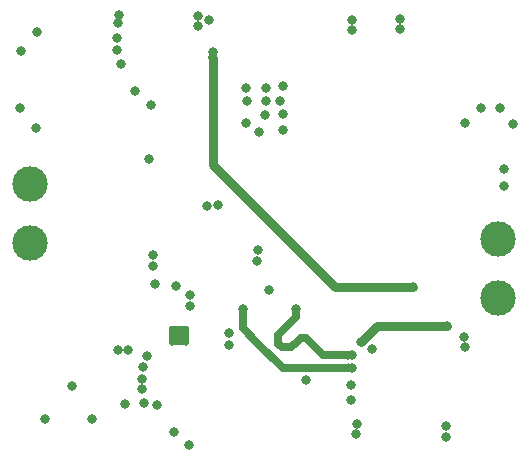
<source format=gbr>
G04 #@! TF.GenerationSoftware,KiCad,Pcbnew,5.1.5+dfsg1-2build2*
G04 #@! TF.CreationDate,2022-06-24T13:23:12+12:00*
G04 #@! TF.ProjectId,bbq-monitor,6262712d-6d6f-46e6-9974-6f722e6b6963,rev?*
G04 #@! TF.SameCoordinates,Original*
G04 #@! TF.FileFunction,Copper,L4,Bot*
G04 #@! TF.FilePolarity,Positive*
%FSLAX46Y46*%
G04 Gerber Fmt 4.6, Leading zero omitted, Abs format (unit mm)*
G04 Created by KiCad (PCBNEW 5.1.5+dfsg1-2build2) date 2022-06-24 13:23:12*
%MOMM*%
%LPD*%
G04 APERTURE LIST*
%ADD10C,3.000000*%
%ADD11C,0.100000*%
%ADD12C,0.500000*%
%ADD13C,0.800000*%
%ADD14C,0.800000*%
%ADD15C,0.400000*%
%ADD16C,0.200000*%
%ADD17C,0.650000*%
G04 APERTURE END LIST*
D10*
X207137000Y-96534600D03*
X207137000Y-101534600D03*
X167533320Y-96891480D03*
X167533320Y-91891480D03*
G04 #@! TA.AperFunction,Conductor*
D11*
G36*
X180725904Y-103913344D02*
G01*
X180750173Y-103916944D01*
X180773971Y-103922905D01*
X180797071Y-103931170D01*
X180819249Y-103941660D01*
X180840293Y-103954273D01*
X180859998Y-103968887D01*
X180878177Y-103985363D01*
X180894653Y-104003542D01*
X180909267Y-104023247D01*
X180921880Y-104044291D01*
X180932370Y-104066469D01*
X180940635Y-104089569D01*
X180946596Y-104113367D01*
X180950196Y-104137636D01*
X180951400Y-104162140D01*
X180951400Y-105342140D01*
X180950196Y-105366644D01*
X180946596Y-105390913D01*
X180940635Y-105414711D01*
X180932370Y-105437811D01*
X180921880Y-105459989D01*
X180909267Y-105481033D01*
X180894653Y-105500738D01*
X180878177Y-105518917D01*
X180859998Y-105535393D01*
X180840293Y-105550007D01*
X180819249Y-105562620D01*
X180797071Y-105573110D01*
X180773971Y-105581375D01*
X180750173Y-105587336D01*
X180725904Y-105590936D01*
X180701400Y-105592140D01*
X179521400Y-105592140D01*
X179496896Y-105590936D01*
X179472627Y-105587336D01*
X179448829Y-105581375D01*
X179425729Y-105573110D01*
X179403551Y-105562620D01*
X179382507Y-105550007D01*
X179362802Y-105535393D01*
X179344623Y-105518917D01*
X179328147Y-105500738D01*
X179313533Y-105481033D01*
X179300920Y-105459989D01*
X179290430Y-105437811D01*
X179282165Y-105414711D01*
X179276204Y-105390913D01*
X179272604Y-105366644D01*
X179271400Y-105342140D01*
X179271400Y-104162140D01*
X179272604Y-104137636D01*
X179276204Y-104113367D01*
X179282165Y-104089569D01*
X179290430Y-104066469D01*
X179300920Y-104044291D01*
X179313533Y-104023247D01*
X179328147Y-104003542D01*
X179344623Y-103985363D01*
X179362802Y-103968887D01*
X179382507Y-103954273D01*
X179403551Y-103941660D01*
X179425729Y-103931170D01*
X179448829Y-103922905D01*
X179472627Y-103916944D01*
X179496896Y-103913344D01*
X179521400Y-103912140D01*
X180701400Y-103912140D01*
X180725904Y-103913344D01*
G37*
G04 #@! TD.AperFunction*
D12*
X179521400Y-104162140D03*
X180701400Y-104162140D03*
X179521400Y-105342140D03*
X180701400Y-105342140D03*
D13*
X186895740Y-87492840D03*
X185828940Y-86725760D03*
X188915040Y-87365840D03*
X188963300Y-85963760D03*
X187429140Y-86045040D03*
X188671200Y-84851240D03*
X187446920Y-84851240D03*
X185834020Y-84929980D03*
X188945520Y-83657440D03*
X187462160Y-83786980D03*
X185767980Y-83753960D03*
X181706520Y-77711300D03*
X181706520Y-78549500D03*
X182689500Y-78033880D03*
X175013620Y-77630020D03*
X174932340Y-78305660D03*
X194751960Y-78026260D03*
X198836280Y-77909420D03*
X198815960Y-78760320D03*
X194731640Y-78839060D03*
X174952660Y-105976420D03*
X175572420Y-110553500D03*
X182511700Y-93748860D03*
X183421020Y-93728540D03*
X177883820Y-97942400D03*
X177921920Y-98897440D03*
X181081680Y-101340920D03*
X181061360Y-102219760D03*
X187703460Y-100914200D03*
X175816260Y-105951020D03*
X177777140Y-85242400D03*
X176405540Y-84033360D03*
X190850520Y-108496100D03*
X186778900Y-97518220D03*
X186730640Y-98404680D03*
X194673220Y-110197900D03*
X196430900Y-105892600D03*
X204282040Y-104846120D03*
X204330300Y-105742740D03*
X207319880Y-85476080D03*
X208412080Y-86822280D03*
X207596740Y-92062300D03*
X207596740Y-90690700D03*
X177600000Y-89800000D03*
X178066700Y-100418900D03*
X179832000Y-100578920D03*
X171069000Y-109062520D03*
X179689760Y-112908080D03*
X180924200Y-114040920D03*
X166695120Y-85481160D03*
X168015920Y-87193120D03*
X166700200Y-80660240D03*
X168056560Y-79024480D03*
X168732200Y-111823500D03*
X199960170Y-100609205D03*
X183012080Y-80741520D03*
X172730160Y-111810800D03*
X204330300Y-86763860D03*
X205651100Y-85463380D03*
X195168520Y-112227360D03*
X195145660Y-113123980D03*
X202763120Y-112417860D03*
X202740260Y-113324640D03*
X194685920Y-108960920D03*
X184345580Y-104543860D03*
X184370980Y-105539540D03*
X177053240Y-107406440D03*
X177027840Y-108402120D03*
X176987200Y-109316520D03*
X177373280Y-106494580D03*
X177159920Y-110423960D03*
X178224180Y-110637320D03*
X174845980Y-79522320D03*
X174830740Y-80538320D03*
X175186340Y-81716880D03*
X195519040Y-105303320D03*
X202788520Y-103952040D03*
X194762120Y-107484400D03*
X185496200Y-102491540D03*
X194762120Y-106434400D03*
X190060580Y-102524560D03*
D14*
X183012080Y-90332560D02*
X183012080Y-81280000D01*
X193288725Y-100609205D02*
X183012080Y-90332560D01*
X183012080Y-81280000D02*
X182905400Y-81173320D01*
X199960170Y-100609205D02*
X193288725Y-100609205D01*
D15*
X182905400Y-81173320D02*
X183012080Y-80741520D01*
D14*
X202222835Y-103952040D02*
X202220295Y-103949500D01*
X202788520Y-103952040D02*
X202222835Y-103952040D01*
X196872860Y-103949500D02*
X195519040Y-105303320D01*
X202220295Y-103949500D02*
X196872860Y-103949500D01*
D16*
X194462120Y-107184400D02*
X194762120Y-107484400D01*
D17*
X194762120Y-107484400D02*
X190770020Y-107484400D01*
X188886320Y-107484400D02*
X186756000Y-105354080D01*
X186756000Y-105354080D02*
X186756000Y-105349000D01*
X185496200Y-104089200D02*
X185496200Y-102491540D01*
X186756000Y-105349000D02*
X185496200Y-104089200D01*
X190770020Y-107484400D02*
X188886320Y-107484400D01*
D16*
X194462120Y-106734400D02*
X194762120Y-106434400D01*
D17*
X190850520Y-104935020D02*
X190431420Y-104935020D01*
X190431420Y-104935020D02*
X190108840Y-105257600D01*
X189611000Y-105755440D02*
X188805820Y-105755440D01*
X188805820Y-105755440D02*
X188528960Y-105478580D01*
X188528960Y-105478580D02*
X188528960Y-104675940D01*
X190060580Y-103144320D02*
X190060580Y-102524560D01*
X188528960Y-104675940D02*
X190060580Y-103144320D01*
X190108840Y-105257600D02*
X189611000Y-105755440D01*
X192349900Y-106434400D02*
X190850520Y-104935020D01*
X194762120Y-106434400D02*
X192349900Y-106434400D01*
M02*

</source>
